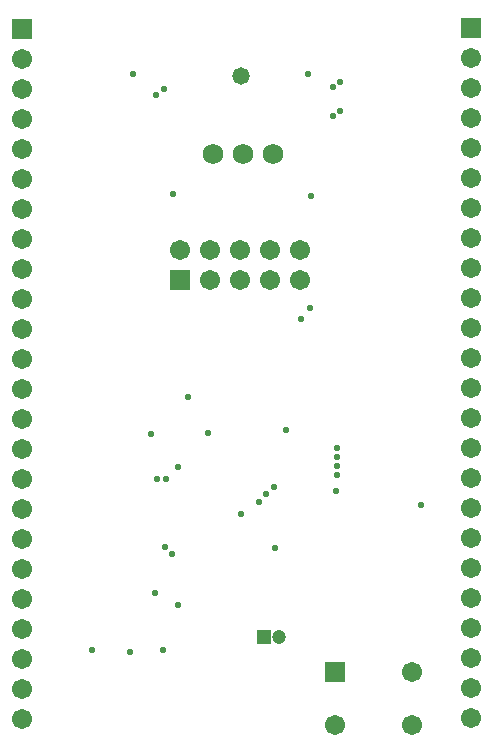
<source format=gbs>
G04*
G04 #@! TF.GenerationSoftware,Altium Limited,Altium Designer,18.0.12 (696)*
G04*
G04 Layer_Color=16711935*
%FSLAX25Y25*%
%MOIN*%
G70*
G01*
G75*
%ADD26C,0.06706*%
%ADD27R,0.06706X0.06706*%
%ADD28R,0.06706X0.06706*%
%ADD29C,0.06800*%
%ADD30C,0.04737*%
%ADD31R,0.04737X0.04737*%
%ADD32C,0.02300*%
%ADD33C,0.05800*%
D26*
X301156Y344514D02*
D03*
Y334514D02*
D03*
Y324514D02*
D03*
Y314514D02*
D03*
Y304514D02*
D03*
Y294514D02*
D03*
Y284514D02*
D03*
Y274514D02*
D03*
Y264514D02*
D03*
Y254514D02*
D03*
Y244514D02*
D03*
Y234514D02*
D03*
Y224514D02*
D03*
Y214514D02*
D03*
Y204514D02*
D03*
Y194514D02*
D03*
Y184514D02*
D03*
Y174514D02*
D03*
Y164514D02*
D03*
Y154514D02*
D03*
Y144514D02*
D03*
Y134514D02*
D03*
Y124514D02*
D03*
X151500Y344000D02*
D03*
Y334000D02*
D03*
Y324000D02*
D03*
Y314000D02*
D03*
Y304000D02*
D03*
Y294000D02*
D03*
Y284000D02*
D03*
Y274000D02*
D03*
Y264000D02*
D03*
Y254000D02*
D03*
Y244000D02*
D03*
Y234000D02*
D03*
Y224000D02*
D03*
Y214000D02*
D03*
Y204000D02*
D03*
Y194000D02*
D03*
Y184000D02*
D03*
Y174000D02*
D03*
Y164000D02*
D03*
Y154000D02*
D03*
Y144000D02*
D03*
Y134000D02*
D03*
Y124000D02*
D03*
X244106Y280346D02*
D03*
Y270346D02*
D03*
X234106Y280346D02*
D03*
Y270346D02*
D03*
X224106Y280346D02*
D03*
Y270346D02*
D03*
X214106Y280346D02*
D03*
Y270346D02*
D03*
X204106Y280346D02*
D03*
X256053Y122051D02*
D03*
X281644D02*
D03*
Y139768D02*
D03*
D27*
X301156Y354514D02*
D03*
X151500Y354000D02*
D03*
D28*
X204106Y270346D02*
D03*
X256053Y139768D02*
D03*
D29*
X215156Y312272D02*
D03*
X225156D02*
D03*
X235156D02*
D03*
D30*
X237317Y151502D02*
D03*
D31*
X232380D02*
D03*
D32*
X196000Y166000D02*
D03*
X236000Y181000D02*
D03*
X239500Y220500D02*
D03*
X224500Y192500D02*
D03*
X244500Y257500D02*
D03*
X247500Y261000D02*
D03*
X255156Y325156D02*
D03*
X257715Y326785D02*
D03*
X194500Y219000D02*
D03*
X248000Y298500D02*
D03*
X202000Y299000D02*
D03*
X198491Y147000D02*
D03*
X174964D02*
D03*
X187500Y146500D02*
D03*
X230500Y196500D02*
D03*
X203500Y208000D02*
D03*
X213500Y219500D02*
D03*
X207000Y231500D02*
D03*
X199500Y204000D02*
D03*
X196500D02*
D03*
X199341Y181341D02*
D03*
X201500Y179000D02*
D03*
X233000Y199000D02*
D03*
X235500Y201500D02*
D03*
X247000Y339000D02*
D03*
X188500D02*
D03*
X196349Y332151D02*
D03*
X199000Y334000D02*
D03*
X255156Y334656D02*
D03*
X257715Y336285D02*
D03*
X203500Y162000D02*
D03*
X284656Y195514D02*
D03*
X256156Y200014D02*
D03*
X256656Y205514D02*
D03*
Y208514D02*
D03*
Y211514D02*
D03*
Y214514D02*
D03*
D33*
X224500Y338500D02*
D03*
M02*

</source>
